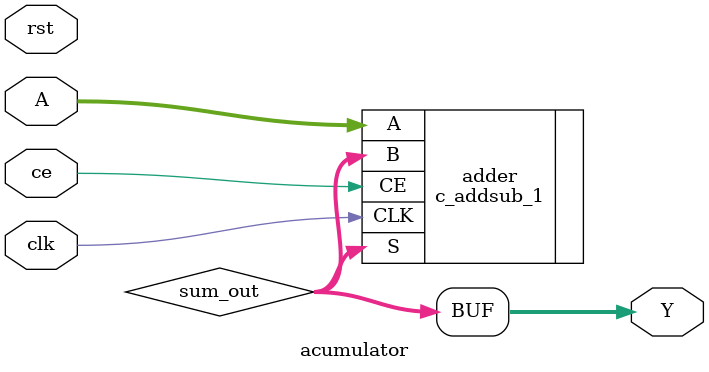
<source format=v>
`timescale 1ns / 1ps


module acumulator(
        input[11:0] A,
        input clk,
        input rst, 
        input ce,
        output[19:0] Y
    );
    wire[19:0] sum_out;
    reg[19:0] rejestr = 0;
    //assign Y = rejestr;
    
    c_addsub_1 adder (
        .CLK(clk),
        .CE(ce),
        .A(A),
        .B(sum_out),
        .S(sum_out)
    );
    
    assign Y = sum_out;
    always @(posedge clk) begin
        if (rst) begin
            rejestr = 20'b0;
        end
        else begin
            rejestr = sum_out;
        end
 
    end
endmodule

</source>
